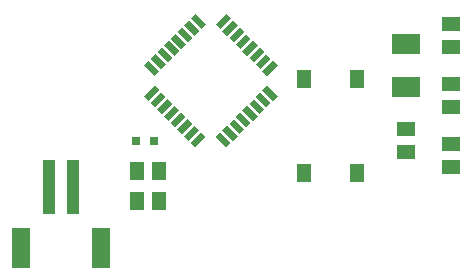
<source format=gtp>
G75*
G70*
%OFA0B0*%
%FSLAX24Y24*%
%IPPOS*%
%LPD*%
%AMOC8*
5,1,8,0,0,1.08239X$1,22.5*
%
%ADD10R,0.0394X0.1811*%
%ADD11R,0.0630X0.1339*%
%ADD12R,0.0500X0.0220*%
%ADD13R,0.0220X0.0500*%
%ADD14R,0.0945X0.0669*%
%ADD15R,0.0591X0.0512*%
%ADD16R,0.0630X0.0512*%
%ADD17R,0.0512X0.0610*%
%ADD18R,0.0315X0.0315*%
%ADD19R,0.0512X0.0630*%
%ADD20R,0.0512X0.0591*%
D10*
X002286Y003637D03*
X003074Y003637D03*
D11*
X001341Y001589D03*
X004019Y001589D03*
D12*
G36*
X007010Y005108D02*
X007362Y005460D01*
X007518Y005304D01*
X007166Y004952D01*
X007010Y005108D01*
G37*
G36*
X006788Y005330D02*
X007140Y005682D01*
X007296Y005526D01*
X006944Y005174D01*
X006788Y005330D01*
G37*
G36*
X006565Y005553D02*
X006917Y005905D01*
X007073Y005749D01*
X006721Y005397D01*
X006565Y005553D01*
G37*
G36*
X006342Y005776D02*
X006694Y006128D01*
X006850Y005972D01*
X006498Y005620D01*
X006342Y005776D01*
G37*
G36*
X006120Y005998D02*
X006472Y006350D01*
X006628Y006194D01*
X006276Y005842D01*
X006120Y005998D01*
G37*
G36*
X005897Y006221D02*
X006249Y006573D01*
X006405Y006417D01*
X006053Y006065D01*
X005897Y006221D01*
G37*
G36*
X005674Y006444D02*
X006026Y006796D01*
X006182Y006640D01*
X005830Y006288D01*
X005674Y006444D01*
G37*
G36*
X005452Y006666D02*
X005804Y007018D01*
X005960Y006862D01*
X005608Y006510D01*
X005452Y006666D01*
G37*
G36*
X008064Y008834D02*
X008416Y009186D01*
X008572Y009030D01*
X008220Y008678D01*
X008064Y008834D01*
G37*
G36*
X007842Y009056D02*
X008194Y009408D01*
X008350Y009252D01*
X007998Y008900D01*
X007842Y009056D01*
G37*
G36*
X008287Y008611D02*
X008639Y008963D01*
X008795Y008807D01*
X008443Y008455D01*
X008287Y008611D01*
G37*
G36*
X008510Y008388D02*
X008862Y008740D01*
X009018Y008584D01*
X008666Y008232D01*
X008510Y008388D01*
G37*
G36*
X008732Y008166D02*
X009084Y008518D01*
X009240Y008362D01*
X008888Y008010D01*
X008732Y008166D01*
G37*
G36*
X008955Y007943D02*
X009307Y008295D01*
X009463Y008139D01*
X009111Y007787D01*
X008955Y007943D01*
G37*
G36*
X009178Y007720D02*
X009530Y008072D01*
X009686Y007916D01*
X009334Y007564D01*
X009178Y007720D01*
G37*
G36*
X009400Y007498D02*
X009752Y007850D01*
X009908Y007694D01*
X009556Y007342D01*
X009400Y007498D01*
G37*
D13*
G36*
X009400Y006862D02*
X009556Y007018D01*
X009908Y006666D01*
X009752Y006510D01*
X009400Y006862D01*
G37*
G36*
X009178Y006640D02*
X009334Y006796D01*
X009686Y006444D01*
X009530Y006288D01*
X009178Y006640D01*
G37*
G36*
X008955Y006417D02*
X009111Y006573D01*
X009463Y006221D01*
X009307Y006065D01*
X008955Y006417D01*
G37*
G36*
X008732Y006194D02*
X008888Y006350D01*
X009240Y005998D01*
X009084Y005842D01*
X008732Y006194D01*
G37*
G36*
X008510Y005972D02*
X008666Y006128D01*
X009018Y005776D01*
X008862Y005620D01*
X008510Y005972D01*
G37*
G36*
X008287Y005749D02*
X008443Y005905D01*
X008795Y005553D01*
X008639Y005397D01*
X008287Y005749D01*
G37*
G36*
X008064Y005526D02*
X008220Y005682D01*
X008572Y005330D01*
X008416Y005174D01*
X008064Y005526D01*
G37*
G36*
X007842Y005304D02*
X007998Y005460D01*
X008350Y005108D01*
X008194Y004952D01*
X007842Y005304D01*
G37*
G36*
X005452Y007694D02*
X005608Y007850D01*
X005960Y007498D01*
X005804Y007342D01*
X005452Y007694D01*
G37*
G36*
X005674Y007916D02*
X005830Y008072D01*
X006182Y007720D01*
X006026Y007564D01*
X005674Y007916D01*
G37*
G36*
X005897Y008139D02*
X006053Y008295D01*
X006405Y007943D01*
X006249Y007787D01*
X005897Y008139D01*
G37*
G36*
X006120Y008362D02*
X006276Y008518D01*
X006628Y008166D01*
X006472Y008010D01*
X006120Y008362D01*
G37*
G36*
X006342Y008584D02*
X006498Y008740D01*
X006850Y008388D01*
X006694Y008232D01*
X006342Y008584D01*
G37*
G36*
X006565Y008807D02*
X006721Y008963D01*
X007073Y008611D01*
X006917Y008455D01*
X006565Y008807D01*
G37*
G36*
X006788Y009030D02*
X006944Y009186D01*
X007296Y008834D01*
X007140Y008678D01*
X006788Y009030D01*
G37*
G36*
X007010Y009252D02*
X007166Y009408D01*
X007518Y009056D01*
X007362Y008900D01*
X007010Y009252D01*
G37*
D14*
X014180Y008408D03*
X014180Y006952D03*
D15*
X015680Y007054D03*
X015680Y006306D03*
X015680Y005054D03*
X015680Y004306D03*
X015680Y008306D03*
X015680Y009054D03*
D16*
X014180Y005554D03*
X014180Y004806D03*
D17*
X012566Y004115D03*
X010794Y004115D03*
X010794Y007245D03*
X012566Y007245D03*
D18*
X005775Y005180D03*
X005185Y005180D03*
D19*
X005206Y004180D03*
X005954Y004180D03*
D20*
X005954Y003180D03*
X005206Y003180D03*
M02*

</source>
